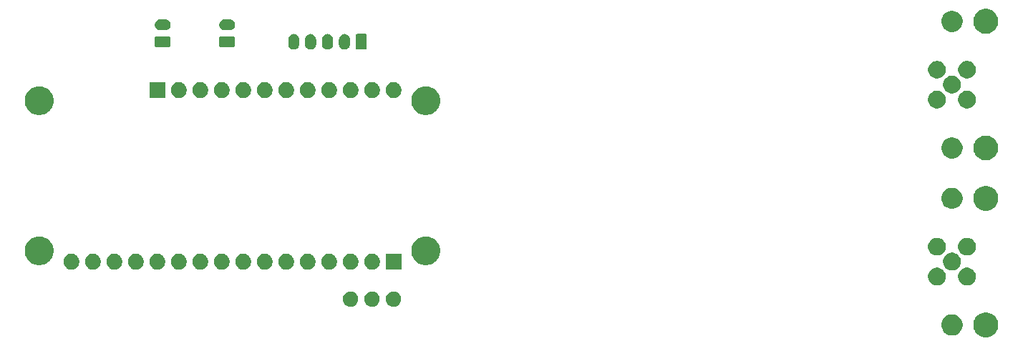
<source format=gbs>
G04 #@! TF.GenerationSoftware,KiCad,Pcbnew,5.1.5-2.fc32*
G04 #@! TF.CreationDate,2020-05-12T10:48:03+02:00*
G04 #@! TF.ProjectId,beieliscale-kicad,62656965-6c69-4736-9361-6c652d6b6963,rev?*
G04 #@! TF.SameCoordinates,Original*
G04 #@! TF.FileFunction,Soldermask,Bot*
G04 #@! TF.FilePolarity,Negative*
%FSLAX46Y46*%
G04 Gerber Fmt 4.6, Leading zero omitted, Abs format (unit mm)*
G04 Created by KiCad (PCBNEW 5.1.5-2.fc32) date 2020-05-12 10:48:03*
%MOMM*%
%LPD*%
G04 APERTURE LIST*
%ADD10C,0.100000*%
G04 APERTURE END LIST*
D10*
G36*
X154925532Y-73595721D02*
G01*
X155194147Y-73706985D01*
X155435895Y-73868516D01*
X155641484Y-74074105D01*
X155803015Y-74315853D01*
X155914279Y-74584468D01*
X155971000Y-74869625D01*
X155971000Y-75160375D01*
X155914279Y-75445532D01*
X155803015Y-75714147D01*
X155641484Y-75955895D01*
X155435895Y-76161484D01*
X155194147Y-76323015D01*
X154925532Y-76434279D01*
X154640375Y-76491000D01*
X154349625Y-76491000D01*
X154064468Y-76434279D01*
X153795853Y-76323015D01*
X153554105Y-76161484D01*
X153348516Y-75955895D01*
X153186985Y-75714147D01*
X153075721Y-75445532D01*
X153019000Y-75160375D01*
X153019000Y-74869625D01*
X153075721Y-74584468D01*
X153186985Y-74315853D01*
X153348516Y-74074105D01*
X153554105Y-73868516D01*
X153795853Y-73706985D01*
X154064468Y-73595721D01*
X154349625Y-73539000D01*
X154640375Y-73539000D01*
X154925532Y-73595721D01*
G37*
G36*
X150859903Y-73812075D02*
G01*
X151087571Y-73906378D01*
X151292466Y-74043285D01*
X151466715Y-74217534D01*
X151603622Y-74422429D01*
X151697925Y-74650097D01*
X151746000Y-74891787D01*
X151746000Y-75138213D01*
X151697925Y-75379903D01*
X151603622Y-75607571D01*
X151466715Y-75812466D01*
X151292466Y-75986715D01*
X151087571Y-76123622D01*
X151087570Y-76123623D01*
X151087569Y-76123623D01*
X150859903Y-76217925D01*
X150618214Y-76266000D01*
X150371786Y-76266000D01*
X150130097Y-76217925D01*
X149902431Y-76123623D01*
X149902430Y-76123623D01*
X149902429Y-76123622D01*
X149697534Y-75986715D01*
X149523285Y-75812466D01*
X149386378Y-75607571D01*
X149292075Y-75379903D01*
X149244000Y-75138213D01*
X149244000Y-74891787D01*
X149292075Y-74650097D01*
X149386378Y-74422429D01*
X149523285Y-74217534D01*
X149697534Y-74043285D01*
X149902429Y-73906378D01*
X150130097Y-73812075D01*
X150371786Y-73764000D01*
X150618214Y-73764000D01*
X150859903Y-73812075D01*
G37*
G36*
X84568512Y-71063927D02*
G01*
X84717812Y-71093624D01*
X84881784Y-71161544D01*
X85029354Y-71260147D01*
X85154853Y-71385646D01*
X85253456Y-71533216D01*
X85321376Y-71697188D01*
X85356000Y-71871259D01*
X85356000Y-72048741D01*
X85321376Y-72222812D01*
X85253456Y-72386784D01*
X85154853Y-72534354D01*
X85029354Y-72659853D01*
X84881784Y-72758456D01*
X84717812Y-72826376D01*
X84568512Y-72856073D01*
X84543742Y-72861000D01*
X84366258Y-72861000D01*
X84341488Y-72856073D01*
X84192188Y-72826376D01*
X84028216Y-72758456D01*
X83880646Y-72659853D01*
X83755147Y-72534354D01*
X83656544Y-72386784D01*
X83588624Y-72222812D01*
X83554000Y-72048741D01*
X83554000Y-71871259D01*
X83588624Y-71697188D01*
X83656544Y-71533216D01*
X83755147Y-71385646D01*
X83880646Y-71260147D01*
X84028216Y-71161544D01*
X84192188Y-71093624D01*
X84341488Y-71063927D01*
X84366258Y-71059000D01*
X84543742Y-71059000D01*
X84568512Y-71063927D01*
G37*
G36*
X79488512Y-71063927D02*
G01*
X79637812Y-71093624D01*
X79801784Y-71161544D01*
X79949354Y-71260147D01*
X80074853Y-71385646D01*
X80173456Y-71533216D01*
X80241376Y-71697188D01*
X80276000Y-71871259D01*
X80276000Y-72048741D01*
X80241376Y-72222812D01*
X80173456Y-72386784D01*
X80074853Y-72534354D01*
X79949354Y-72659853D01*
X79801784Y-72758456D01*
X79637812Y-72826376D01*
X79488512Y-72856073D01*
X79463742Y-72861000D01*
X79286258Y-72861000D01*
X79261488Y-72856073D01*
X79112188Y-72826376D01*
X78948216Y-72758456D01*
X78800646Y-72659853D01*
X78675147Y-72534354D01*
X78576544Y-72386784D01*
X78508624Y-72222812D01*
X78474000Y-72048741D01*
X78474000Y-71871259D01*
X78508624Y-71697188D01*
X78576544Y-71533216D01*
X78675147Y-71385646D01*
X78800646Y-71260147D01*
X78948216Y-71161544D01*
X79112188Y-71093624D01*
X79261488Y-71063927D01*
X79286258Y-71059000D01*
X79463742Y-71059000D01*
X79488512Y-71063927D01*
G37*
G36*
X82028512Y-71063927D02*
G01*
X82177812Y-71093624D01*
X82341784Y-71161544D01*
X82489354Y-71260147D01*
X82614853Y-71385646D01*
X82713456Y-71533216D01*
X82781376Y-71697188D01*
X82816000Y-71871259D01*
X82816000Y-72048741D01*
X82781376Y-72222812D01*
X82713456Y-72386784D01*
X82614853Y-72534354D01*
X82489354Y-72659853D01*
X82341784Y-72758456D01*
X82177812Y-72826376D01*
X82028512Y-72856073D01*
X82003742Y-72861000D01*
X81826258Y-72861000D01*
X81801488Y-72856073D01*
X81652188Y-72826376D01*
X81488216Y-72758456D01*
X81340646Y-72659853D01*
X81215147Y-72534354D01*
X81116544Y-72386784D01*
X81048624Y-72222812D01*
X81014000Y-72048741D01*
X81014000Y-71871259D01*
X81048624Y-71697188D01*
X81116544Y-71533216D01*
X81215147Y-71385646D01*
X81340646Y-71260147D01*
X81488216Y-71161544D01*
X81652188Y-71093624D01*
X81801488Y-71063927D01*
X81826258Y-71059000D01*
X82003742Y-71059000D01*
X82028512Y-71063927D01*
G37*
G36*
X152571564Y-68274389D02*
G01*
X152762833Y-68353615D01*
X152762835Y-68353616D01*
X152914567Y-68455000D01*
X152934973Y-68468635D01*
X153081365Y-68615027D01*
X153196385Y-68787167D01*
X153275611Y-68978436D01*
X153316000Y-69181484D01*
X153316000Y-69388516D01*
X153275611Y-69591564D01*
X153196385Y-69782833D01*
X153196384Y-69782835D01*
X153081365Y-69954973D01*
X152934973Y-70101365D01*
X152762835Y-70216384D01*
X152762834Y-70216385D01*
X152762833Y-70216385D01*
X152571564Y-70295611D01*
X152368516Y-70336000D01*
X152161484Y-70336000D01*
X151958436Y-70295611D01*
X151767167Y-70216385D01*
X151767166Y-70216385D01*
X151767165Y-70216384D01*
X151595027Y-70101365D01*
X151448635Y-69954973D01*
X151333616Y-69782835D01*
X151333615Y-69782833D01*
X151254389Y-69591564D01*
X151214000Y-69388516D01*
X151214000Y-69181484D01*
X151254389Y-68978436D01*
X151333615Y-68787167D01*
X151448635Y-68615027D01*
X151595027Y-68468635D01*
X151615433Y-68455000D01*
X151767165Y-68353616D01*
X151767167Y-68353615D01*
X151958436Y-68274389D01*
X152161484Y-68234000D01*
X152368516Y-68234000D01*
X152571564Y-68274389D01*
G37*
G36*
X149031564Y-68274389D02*
G01*
X149222833Y-68353615D01*
X149222835Y-68353616D01*
X149374567Y-68455000D01*
X149394973Y-68468635D01*
X149541365Y-68615027D01*
X149656385Y-68787167D01*
X149735611Y-68978436D01*
X149776000Y-69181484D01*
X149776000Y-69388516D01*
X149735611Y-69591564D01*
X149656385Y-69782833D01*
X149656384Y-69782835D01*
X149541365Y-69954973D01*
X149394973Y-70101365D01*
X149222835Y-70216384D01*
X149222834Y-70216385D01*
X149222833Y-70216385D01*
X149031564Y-70295611D01*
X148828516Y-70336000D01*
X148621484Y-70336000D01*
X148418436Y-70295611D01*
X148227167Y-70216385D01*
X148227166Y-70216385D01*
X148227165Y-70216384D01*
X148055027Y-70101365D01*
X147908635Y-69954973D01*
X147793616Y-69782835D01*
X147793615Y-69782833D01*
X147714389Y-69591564D01*
X147674000Y-69388516D01*
X147674000Y-69181484D01*
X147714389Y-68978436D01*
X147793615Y-68787167D01*
X147908635Y-68615027D01*
X148055027Y-68468635D01*
X148075433Y-68455000D01*
X148227165Y-68353616D01*
X148227167Y-68353615D01*
X148418436Y-68274389D01*
X148621484Y-68234000D01*
X148828516Y-68234000D01*
X149031564Y-68274389D01*
G37*
G36*
X150801564Y-66504389D02*
G01*
X150972034Y-66575000D01*
X150992835Y-66583616D01*
X151164973Y-66698635D01*
X151311365Y-66845027D01*
X151426385Y-67017167D01*
X151505611Y-67208436D01*
X151546000Y-67411484D01*
X151546000Y-67618516D01*
X151505611Y-67821564D01*
X151426385Y-68012833D01*
X151426384Y-68012835D01*
X151311365Y-68184973D01*
X151164973Y-68331365D01*
X150992835Y-68446384D01*
X150992834Y-68446385D01*
X150992833Y-68446385D01*
X150801564Y-68525611D01*
X150598516Y-68566000D01*
X150391484Y-68566000D01*
X150188436Y-68525611D01*
X149997167Y-68446385D01*
X149997166Y-68446385D01*
X149997165Y-68446384D01*
X149825027Y-68331365D01*
X149678635Y-68184973D01*
X149563616Y-68012835D01*
X149563615Y-68012833D01*
X149484389Y-67821564D01*
X149444000Y-67618516D01*
X149444000Y-67411484D01*
X149484389Y-67208436D01*
X149563615Y-67017167D01*
X149678635Y-66845027D01*
X149825027Y-66698635D01*
X149997165Y-66583616D01*
X150017966Y-66575000D01*
X150188436Y-66504389D01*
X150391484Y-66464000D01*
X150598516Y-66464000D01*
X150801564Y-66504389D01*
G37*
G36*
X49169187Y-66611123D02*
G01*
X49340255Y-66681982D01*
X49340257Y-66681983D01*
X49365178Y-66698635D01*
X49450449Y-66755611D01*
X49494215Y-66784855D01*
X49625145Y-66915785D01*
X49715626Y-67051198D01*
X49728018Y-67069745D01*
X49798877Y-67240813D01*
X49835000Y-67422417D01*
X49835000Y-67607583D01*
X49798877Y-67789187D01*
X49728018Y-67960255D01*
X49625146Y-68114214D01*
X49494214Y-68245146D01*
X49450447Y-68274390D01*
X49340257Y-68348017D01*
X49340256Y-68348018D01*
X49340255Y-68348018D01*
X49169187Y-68418877D01*
X48987583Y-68455000D01*
X48802417Y-68455000D01*
X48620813Y-68418877D01*
X48449745Y-68348018D01*
X48449744Y-68348018D01*
X48449743Y-68348017D01*
X48339553Y-68274390D01*
X48295786Y-68245146D01*
X48164854Y-68114214D01*
X48061982Y-67960255D01*
X47991123Y-67789187D01*
X47955000Y-67607583D01*
X47955000Y-67422417D01*
X47991123Y-67240813D01*
X48061982Y-67069745D01*
X48074375Y-67051198D01*
X48164855Y-66915785D01*
X48295785Y-66784855D01*
X48339552Y-66755611D01*
X48424822Y-66698635D01*
X48449743Y-66681983D01*
X48449745Y-66681982D01*
X48620813Y-66611123D01*
X48802417Y-66575000D01*
X48987583Y-66575000D01*
X49169187Y-66611123D01*
G37*
G36*
X85395000Y-68455000D02*
G01*
X83515000Y-68455000D01*
X83515000Y-66575000D01*
X85395000Y-66575000D01*
X85395000Y-68455000D01*
G37*
G36*
X82189187Y-66611123D02*
G01*
X82360255Y-66681982D01*
X82360257Y-66681983D01*
X82385178Y-66698635D01*
X82470449Y-66755611D01*
X82514215Y-66784855D01*
X82645145Y-66915785D01*
X82735626Y-67051198D01*
X82748018Y-67069745D01*
X82818877Y-67240813D01*
X82855000Y-67422417D01*
X82855000Y-67607583D01*
X82818877Y-67789187D01*
X82748018Y-67960255D01*
X82645146Y-68114214D01*
X82514214Y-68245146D01*
X82470447Y-68274390D01*
X82360257Y-68348017D01*
X82360256Y-68348018D01*
X82360255Y-68348018D01*
X82189187Y-68418877D01*
X82007583Y-68455000D01*
X81822417Y-68455000D01*
X81640813Y-68418877D01*
X81469745Y-68348018D01*
X81469744Y-68348018D01*
X81469743Y-68348017D01*
X81359553Y-68274390D01*
X81315786Y-68245146D01*
X81184854Y-68114214D01*
X81081982Y-67960255D01*
X81011123Y-67789187D01*
X80975000Y-67607583D01*
X80975000Y-67422417D01*
X81011123Y-67240813D01*
X81081982Y-67069745D01*
X81094375Y-67051198D01*
X81184855Y-66915785D01*
X81315785Y-66784855D01*
X81359552Y-66755611D01*
X81444822Y-66698635D01*
X81469743Y-66681983D01*
X81469745Y-66681982D01*
X81640813Y-66611123D01*
X81822417Y-66575000D01*
X82007583Y-66575000D01*
X82189187Y-66611123D01*
G37*
G36*
X79649187Y-66611123D02*
G01*
X79820255Y-66681982D01*
X79820257Y-66681983D01*
X79845178Y-66698635D01*
X79930449Y-66755611D01*
X79974215Y-66784855D01*
X80105145Y-66915785D01*
X80195626Y-67051198D01*
X80208018Y-67069745D01*
X80278877Y-67240813D01*
X80315000Y-67422417D01*
X80315000Y-67607583D01*
X80278877Y-67789187D01*
X80208018Y-67960255D01*
X80105146Y-68114214D01*
X79974214Y-68245146D01*
X79930447Y-68274390D01*
X79820257Y-68348017D01*
X79820256Y-68348018D01*
X79820255Y-68348018D01*
X79649187Y-68418877D01*
X79467583Y-68455000D01*
X79282417Y-68455000D01*
X79100813Y-68418877D01*
X78929745Y-68348018D01*
X78929744Y-68348018D01*
X78929743Y-68348017D01*
X78819553Y-68274390D01*
X78775786Y-68245146D01*
X78644854Y-68114214D01*
X78541982Y-67960255D01*
X78471123Y-67789187D01*
X78435000Y-67607583D01*
X78435000Y-67422417D01*
X78471123Y-67240813D01*
X78541982Y-67069745D01*
X78554375Y-67051198D01*
X78644855Y-66915785D01*
X78775785Y-66784855D01*
X78819552Y-66755611D01*
X78904822Y-66698635D01*
X78929743Y-66681983D01*
X78929745Y-66681982D01*
X79100813Y-66611123D01*
X79282417Y-66575000D01*
X79467583Y-66575000D01*
X79649187Y-66611123D01*
G37*
G36*
X77109187Y-66611123D02*
G01*
X77280255Y-66681982D01*
X77280257Y-66681983D01*
X77305178Y-66698635D01*
X77390449Y-66755611D01*
X77434215Y-66784855D01*
X77565145Y-66915785D01*
X77655626Y-67051198D01*
X77668018Y-67069745D01*
X77738877Y-67240813D01*
X77775000Y-67422417D01*
X77775000Y-67607583D01*
X77738877Y-67789187D01*
X77668018Y-67960255D01*
X77565146Y-68114214D01*
X77434214Y-68245146D01*
X77390447Y-68274390D01*
X77280257Y-68348017D01*
X77280256Y-68348018D01*
X77280255Y-68348018D01*
X77109187Y-68418877D01*
X76927583Y-68455000D01*
X76742417Y-68455000D01*
X76560813Y-68418877D01*
X76389745Y-68348018D01*
X76389744Y-68348018D01*
X76389743Y-68348017D01*
X76279553Y-68274390D01*
X76235786Y-68245146D01*
X76104854Y-68114214D01*
X76001982Y-67960255D01*
X75931123Y-67789187D01*
X75895000Y-67607583D01*
X75895000Y-67422417D01*
X75931123Y-67240813D01*
X76001982Y-67069745D01*
X76014375Y-67051198D01*
X76104855Y-66915785D01*
X76235785Y-66784855D01*
X76279552Y-66755611D01*
X76364822Y-66698635D01*
X76389743Y-66681983D01*
X76389745Y-66681982D01*
X76560813Y-66611123D01*
X76742417Y-66575000D01*
X76927583Y-66575000D01*
X77109187Y-66611123D01*
G37*
G36*
X74569187Y-66611123D02*
G01*
X74740255Y-66681982D01*
X74740257Y-66681983D01*
X74765178Y-66698635D01*
X74850449Y-66755611D01*
X74894215Y-66784855D01*
X75025145Y-66915785D01*
X75115626Y-67051198D01*
X75128018Y-67069745D01*
X75198877Y-67240813D01*
X75235000Y-67422417D01*
X75235000Y-67607583D01*
X75198877Y-67789187D01*
X75128018Y-67960255D01*
X75025146Y-68114214D01*
X74894214Y-68245146D01*
X74850447Y-68274390D01*
X74740257Y-68348017D01*
X74740256Y-68348018D01*
X74740255Y-68348018D01*
X74569187Y-68418877D01*
X74387583Y-68455000D01*
X74202417Y-68455000D01*
X74020813Y-68418877D01*
X73849745Y-68348018D01*
X73849744Y-68348018D01*
X73849743Y-68348017D01*
X73739553Y-68274390D01*
X73695786Y-68245146D01*
X73564854Y-68114214D01*
X73461982Y-67960255D01*
X73391123Y-67789187D01*
X73355000Y-67607583D01*
X73355000Y-67422417D01*
X73391123Y-67240813D01*
X73461982Y-67069745D01*
X73474375Y-67051198D01*
X73564855Y-66915785D01*
X73695785Y-66784855D01*
X73739552Y-66755611D01*
X73824822Y-66698635D01*
X73849743Y-66681983D01*
X73849745Y-66681982D01*
X74020813Y-66611123D01*
X74202417Y-66575000D01*
X74387583Y-66575000D01*
X74569187Y-66611123D01*
G37*
G36*
X46629187Y-66611123D02*
G01*
X46800255Y-66681982D01*
X46800257Y-66681983D01*
X46825178Y-66698635D01*
X46910449Y-66755611D01*
X46954215Y-66784855D01*
X47085145Y-66915785D01*
X47175626Y-67051198D01*
X47188018Y-67069745D01*
X47258877Y-67240813D01*
X47295000Y-67422417D01*
X47295000Y-67607583D01*
X47258877Y-67789187D01*
X47188018Y-67960255D01*
X47085146Y-68114214D01*
X46954214Y-68245146D01*
X46910447Y-68274390D01*
X46800257Y-68348017D01*
X46800256Y-68348018D01*
X46800255Y-68348018D01*
X46629187Y-68418877D01*
X46447583Y-68455000D01*
X46262417Y-68455000D01*
X46080813Y-68418877D01*
X45909745Y-68348018D01*
X45909744Y-68348018D01*
X45909743Y-68348017D01*
X45799553Y-68274390D01*
X45755786Y-68245146D01*
X45624854Y-68114214D01*
X45521982Y-67960255D01*
X45451123Y-67789187D01*
X45415000Y-67607583D01*
X45415000Y-67422417D01*
X45451123Y-67240813D01*
X45521982Y-67069745D01*
X45534375Y-67051198D01*
X45624855Y-66915785D01*
X45755785Y-66784855D01*
X45799552Y-66755611D01*
X45884822Y-66698635D01*
X45909743Y-66681983D01*
X45909745Y-66681982D01*
X46080813Y-66611123D01*
X46262417Y-66575000D01*
X46447583Y-66575000D01*
X46629187Y-66611123D01*
G37*
G36*
X51709187Y-66611123D02*
G01*
X51880255Y-66681982D01*
X51880257Y-66681983D01*
X51905178Y-66698635D01*
X51990449Y-66755611D01*
X52034215Y-66784855D01*
X52165145Y-66915785D01*
X52255626Y-67051198D01*
X52268018Y-67069745D01*
X52338877Y-67240813D01*
X52375000Y-67422417D01*
X52375000Y-67607583D01*
X52338877Y-67789187D01*
X52268018Y-67960255D01*
X52165146Y-68114214D01*
X52034214Y-68245146D01*
X51990447Y-68274390D01*
X51880257Y-68348017D01*
X51880256Y-68348018D01*
X51880255Y-68348018D01*
X51709187Y-68418877D01*
X51527583Y-68455000D01*
X51342417Y-68455000D01*
X51160813Y-68418877D01*
X50989745Y-68348018D01*
X50989744Y-68348018D01*
X50989743Y-68348017D01*
X50879553Y-68274390D01*
X50835786Y-68245146D01*
X50704854Y-68114214D01*
X50601982Y-67960255D01*
X50531123Y-67789187D01*
X50495000Y-67607583D01*
X50495000Y-67422417D01*
X50531123Y-67240813D01*
X50601982Y-67069745D01*
X50614375Y-67051198D01*
X50704855Y-66915785D01*
X50835785Y-66784855D01*
X50879552Y-66755611D01*
X50964822Y-66698635D01*
X50989743Y-66681983D01*
X50989745Y-66681982D01*
X51160813Y-66611123D01*
X51342417Y-66575000D01*
X51527583Y-66575000D01*
X51709187Y-66611123D01*
G37*
G36*
X54249187Y-66611123D02*
G01*
X54420255Y-66681982D01*
X54420257Y-66681983D01*
X54445178Y-66698635D01*
X54530449Y-66755611D01*
X54574215Y-66784855D01*
X54705145Y-66915785D01*
X54795626Y-67051198D01*
X54808018Y-67069745D01*
X54878877Y-67240813D01*
X54915000Y-67422417D01*
X54915000Y-67607583D01*
X54878877Y-67789187D01*
X54808018Y-67960255D01*
X54705146Y-68114214D01*
X54574214Y-68245146D01*
X54530447Y-68274390D01*
X54420257Y-68348017D01*
X54420256Y-68348018D01*
X54420255Y-68348018D01*
X54249187Y-68418877D01*
X54067583Y-68455000D01*
X53882417Y-68455000D01*
X53700813Y-68418877D01*
X53529745Y-68348018D01*
X53529744Y-68348018D01*
X53529743Y-68348017D01*
X53419553Y-68274390D01*
X53375786Y-68245146D01*
X53244854Y-68114214D01*
X53141982Y-67960255D01*
X53071123Y-67789187D01*
X53035000Y-67607583D01*
X53035000Y-67422417D01*
X53071123Y-67240813D01*
X53141982Y-67069745D01*
X53154375Y-67051198D01*
X53244855Y-66915785D01*
X53375785Y-66784855D01*
X53419552Y-66755611D01*
X53504822Y-66698635D01*
X53529743Y-66681983D01*
X53529745Y-66681982D01*
X53700813Y-66611123D01*
X53882417Y-66575000D01*
X54067583Y-66575000D01*
X54249187Y-66611123D01*
G37*
G36*
X56789187Y-66611123D02*
G01*
X56960255Y-66681982D01*
X56960257Y-66681983D01*
X56985178Y-66698635D01*
X57070449Y-66755611D01*
X57114215Y-66784855D01*
X57245145Y-66915785D01*
X57335626Y-67051198D01*
X57348018Y-67069745D01*
X57418877Y-67240813D01*
X57455000Y-67422417D01*
X57455000Y-67607583D01*
X57418877Y-67789187D01*
X57348018Y-67960255D01*
X57245146Y-68114214D01*
X57114214Y-68245146D01*
X57070447Y-68274390D01*
X56960257Y-68348017D01*
X56960256Y-68348018D01*
X56960255Y-68348018D01*
X56789187Y-68418877D01*
X56607583Y-68455000D01*
X56422417Y-68455000D01*
X56240813Y-68418877D01*
X56069745Y-68348018D01*
X56069744Y-68348018D01*
X56069743Y-68348017D01*
X55959553Y-68274390D01*
X55915786Y-68245146D01*
X55784854Y-68114214D01*
X55681982Y-67960255D01*
X55611123Y-67789187D01*
X55575000Y-67607583D01*
X55575000Y-67422417D01*
X55611123Y-67240813D01*
X55681982Y-67069745D01*
X55694375Y-67051198D01*
X55784855Y-66915785D01*
X55915785Y-66784855D01*
X55959552Y-66755611D01*
X56044822Y-66698635D01*
X56069743Y-66681983D01*
X56069745Y-66681982D01*
X56240813Y-66611123D01*
X56422417Y-66575000D01*
X56607583Y-66575000D01*
X56789187Y-66611123D01*
G37*
G36*
X59329187Y-66611123D02*
G01*
X59500255Y-66681982D01*
X59500257Y-66681983D01*
X59525178Y-66698635D01*
X59610449Y-66755611D01*
X59654215Y-66784855D01*
X59785145Y-66915785D01*
X59875626Y-67051198D01*
X59888018Y-67069745D01*
X59958877Y-67240813D01*
X59995000Y-67422417D01*
X59995000Y-67607583D01*
X59958877Y-67789187D01*
X59888018Y-67960255D01*
X59785146Y-68114214D01*
X59654214Y-68245146D01*
X59610447Y-68274390D01*
X59500257Y-68348017D01*
X59500256Y-68348018D01*
X59500255Y-68348018D01*
X59329187Y-68418877D01*
X59147583Y-68455000D01*
X58962417Y-68455000D01*
X58780813Y-68418877D01*
X58609745Y-68348018D01*
X58609744Y-68348018D01*
X58609743Y-68348017D01*
X58499553Y-68274390D01*
X58455786Y-68245146D01*
X58324854Y-68114214D01*
X58221982Y-67960255D01*
X58151123Y-67789187D01*
X58115000Y-67607583D01*
X58115000Y-67422417D01*
X58151123Y-67240813D01*
X58221982Y-67069745D01*
X58234375Y-67051198D01*
X58324855Y-66915785D01*
X58455785Y-66784855D01*
X58499552Y-66755611D01*
X58584822Y-66698635D01*
X58609743Y-66681983D01*
X58609745Y-66681982D01*
X58780813Y-66611123D01*
X58962417Y-66575000D01*
X59147583Y-66575000D01*
X59329187Y-66611123D01*
G37*
G36*
X61869187Y-66611123D02*
G01*
X62040255Y-66681982D01*
X62040257Y-66681983D01*
X62065178Y-66698635D01*
X62150449Y-66755611D01*
X62194215Y-66784855D01*
X62325145Y-66915785D01*
X62415626Y-67051198D01*
X62428018Y-67069745D01*
X62498877Y-67240813D01*
X62535000Y-67422417D01*
X62535000Y-67607583D01*
X62498877Y-67789187D01*
X62428018Y-67960255D01*
X62325146Y-68114214D01*
X62194214Y-68245146D01*
X62150447Y-68274390D01*
X62040257Y-68348017D01*
X62040256Y-68348018D01*
X62040255Y-68348018D01*
X61869187Y-68418877D01*
X61687583Y-68455000D01*
X61502417Y-68455000D01*
X61320813Y-68418877D01*
X61149745Y-68348018D01*
X61149744Y-68348018D01*
X61149743Y-68348017D01*
X61039553Y-68274390D01*
X60995786Y-68245146D01*
X60864854Y-68114214D01*
X60761982Y-67960255D01*
X60691123Y-67789187D01*
X60655000Y-67607583D01*
X60655000Y-67422417D01*
X60691123Y-67240813D01*
X60761982Y-67069745D01*
X60774375Y-67051198D01*
X60864855Y-66915785D01*
X60995785Y-66784855D01*
X61039552Y-66755611D01*
X61124822Y-66698635D01*
X61149743Y-66681983D01*
X61149745Y-66681982D01*
X61320813Y-66611123D01*
X61502417Y-66575000D01*
X61687583Y-66575000D01*
X61869187Y-66611123D01*
G37*
G36*
X64409187Y-66611123D02*
G01*
X64580255Y-66681982D01*
X64580257Y-66681983D01*
X64605178Y-66698635D01*
X64690449Y-66755611D01*
X64734215Y-66784855D01*
X64865145Y-66915785D01*
X64955626Y-67051198D01*
X64968018Y-67069745D01*
X65038877Y-67240813D01*
X65075000Y-67422417D01*
X65075000Y-67607583D01*
X65038877Y-67789187D01*
X64968018Y-67960255D01*
X64865146Y-68114214D01*
X64734214Y-68245146D01*
X64690447Y-68274390D01*
X64580257Y-68348017D01*
X64580256Y-68348018D01*
X64580255Y-68348018D01*
X64409187Y-68418877D01*
X64227583Y-68455000D01*
X64042417Y-68455000D01*
X63860813Y-68418877D01*
X63689745Y-68348018D01*
X63689744Y-68348018D01*
X63689743Y-68348017D01*
X63579553Y-68274390D01*
X63535786Y-68245146D01*
X63404854Y-68114214D01*
X63301982Y-67960255D01*
X63231123Y-67789187D01*
X63195000Y-67607583D01*
X63195000Y-67422417D01*
X63231123Y-67240813D01*
X63301982Y-67069745D01*
X63314375Y-67051198D01*
X63404855Y-66915785D01*
X63535785Y-66784855D01*
X63579552Y-66755611D01*
X63664822Y-66698635D01*
X63689743Y-66681983D01*
X63689745Y-66681982D01*
X63860813Y-66611123D01*
X64042417Y-66575000D01*
X64227583Y-66575000D01*
X64409187Y-66611123D01*
G37*
G36*
X66949187Y-66611123D02*
G01*
X67120255Y-66681982D01*
X67120257Y-66681983D01*
X67145178Y-66698635D01*
X67230449Y-66755611D01*
X67274215Y-66784855D01*
X67405145Y-66915785D01*
X67495626Y-67051198D01*
X67508018Y-67069745D01*
X67578877Y-67240813D01*
X67615000Y-67422417D01*
X67615000Y-67607583D01*
X67578877Y-67789187D01*
X67508018Y-67960255D01*
X67405146Y-68114214D01*
X67274214Y-68245146D01*
X67230447Y-68274390D01*
X67120257Y-68348017D01*
X67120256Y-68348018D01*
X67120255Y-68348018D01*
X66949187Y-68418877D01*
X66767583Y-68455000D01*
X66582417Y-68455000D01*
X66400813Y-68418877D01*
X66229745Y-68348018D01*
X66229744Y-68348018D01*
X66229743Y-68348017D01*
X66119553Y-68274390D01*
X66075786Y-68245146D01*
X65944854Y-68114214D01*
X65841982Y-67960255D01*
X65771123Y-67789187D01*
X65735000Y-67607583D01*
X65735000Y-67422417D01*
X65771123Y-67240813D01*
X65841982Y-67069745D01*
X65854375Y-67051198D01*
X65944855Y-66915785D01*
X66075785Y-66784855D01*
X66119552Y-66755611D01*
X66204822Y-66698635D01*
X66229743Y-66681983D01*
X66229745Y-66681982D01*
X66400813Y-66611123D01*
X66582417Y-66575000D01*
X66767583Y-66575000D01*
X66949187Y-66611123D01*
G37*
G36*
X69489187Y-66611123D02*
G01*
X69660255Y-66681982D01*
X69660257Y-66681983D01*
X69685178Y-66698635D01*
X69770449Y-66755611D01*
X69814215Y-66784855D01*
X69945145Y-66915785D01*
X70035626Y-67051198D01*
X70048018Y-67069745D01*
X70118877Y-67240813D01*
X70155000Y-67422417D01*
X70155000Y-67607583D01*
X70118877Y-67789187D01*
X70048018Y-67960255D01*
X69945146Y-68114214D01*
X69814214Y-68245146D01*
X69770447Y-68274390D01*
X69660257Y-68348017D01*
X69660256Y-68348018D01*
X69660255Y-68348018D01*
X69489187Y-68418877D01*
X69307583Y-68455000D01*
X69122417Y-68455000D01*
X68940813Y-68418877D01*
X68769745Y-68348018D01*
X68769744Y-68348018D01*
X68769743Y-68348017D01*
X68659553Y-68274390D01*
X68615786Y-68245146D01*
X68484854Y-68114214D01*
X68381982Y-67960255D01*
X68311123Y-67789187D01*
X68275000Y-67607583D01*
X68275000Y-67422417D01*
X68311123Y-67240813D01*
X68381982Y-67069745D01*
X68394375Y-67051198D01*
X68484855Y-66915785D01*
X68615785Y-66784855D01*
X68659552Y-66755611D01*
X68744822Y-66698635D01*
X68769743Y-66681983D01*
X68769745Y-66681982D01*
X68940813Y-66611123D01*
X69122417Y-66575000D01*
X69307583Y-66575000D01*
X69489187Y-66611123D01*
G37*
G36*
X72029187Y-66611123D02*
G01*
X72200255Y-66681982D01*
X72200257Y-66681983D01*
X72225178Y-66698635D01*
X72310449Y-66755611D01*
X72354215Y-66784855D01*
X72485145Y-66915785D01*
X72575626Y-67051198D01*
X72588018Y-67069745D01*
X72658877Y-67240813D01*
X72695000Y-67422417D01*
X72695000Y-67607583D01*
X72658877Y-67789187D01*
X72588018Y-67960255D01*
X72485146Y-68114214D01*
X72354214Y-68245146D01*
X72310447Y-68274390D01*
X72200257Y-68348017D01*
X72200256Y-68348018D01*
X72200255Y-68348018D01*
X72029187Y-68418877D01*
X71847583Y-68455000D01*
X71662417Y-68455000D01*
X71480813Y-68418877D01*
X71309745Y-68348018D01*
X71309744Y-68348018D01*
X71309743Y-68348017D01*
X71199553Y-68274390D01*
X71155786Y-68245146D01*
X71024854Y-68114214D01*
X70921982Y-67960255D01*
X70851123Y-67789187D01*
X70815000Y-67607583D01*
X70815000Y-67422417D01*
X70851123Y-67240813D01*
X70921982Y-67069745D01*
X70934375Y-67051198D01*
X71024855Y-66915785D01*
X71155785Y-66784855D01*
X71199552Y-66755611D01*
X71284822Y-66698635D01*
X71309743Y-66681983D01*
X71309745Y-66681982D01*
X71480813Y-66611123D01*
X71662417Y-66575000D01*
X71847583Y-66575000D01*
X72029187Y-66611123D01*
G37*
G36*
X42931847Y-64586605D02*
G01*
X43041455Y-64608407D01*
X43351199Y-64736707D01*
X43629962Y-64922970D01*
X43867030Y-65160038D01*
X44053293Y-65438801D01*
X44181593Y-65748545D01*
X44181593Y-65748546D01*
X44247000Y-66077366D01*
X44247000Y-66412634D01*
X44203395Y-66631847D01*
X44181593Y-66741455D01*
X44053293Y-67051199D01*
X43867030Y-67329962D01*
X43629962Y-67567030D01*
X43351199Y-67753293D01*
X43041455Y-67881593D01*
X42931847Y-67903395D01*
X42712634Y-67947000D01*
X42377366Y-67947000D01*
X42158153Y-67903395D01*
X42048545Y-67881593D01*
X41738801Y-67753293D01*
X41460038Y-67567030D01*
X41222970Y-67329962D01*
X41036707Y-67051199D01*
X40908407Y-66741455D01*
X40886605Y-66631847D01*
X40843000Y-66412634D01*
X40843000Y-66077366D01*
X40908407Y-65748546D01*
X40908407Y-65748545D01*
X41036707Y-65438801D01*
X41222970Y-65160038D01*
X41460038Y-64922970D01*
X41738801Y-64736707D01*
X42048545Y-64608407D01*
X42158153Y-64586605D01*
X42377366Y-64543000D01*
X42712634Y-64543000D01*
X42931847Y-64586605D01*
G37*
G36*
X88651847Y-64586605D02*
G01*
X88761455Y-64608407D01*
X89071199Y-64736707D01*
X89349962Y-64922970D01*
X89587030Y-65160038D01*
X89773293Y-65438801D01*
X89901593Y-65748545D01*
X89901593Y-65748546D01*
X89967000Y-66077366D01*
X89967000Y-66412634D01*
X89923395Y-66631847D01*
X89901593Y-66741455D01*
X89773293Y-67051199D01*
X89587030Y-67329962D01*
X89349962Y-67567030D01*
X89071199Y-67753293D01*
X88761455Y-67881593D01*
X88651847Y-67903395D01*
X88432634Y-67947000D01*
X88097366Y-67947000D01*
X87878153Y-67903395D01*
X87768545Y-67881593D01*
X87458801Y-67753293D01*
X87180038Y-67567030D01*
X86942970Y-67329962D01*
X86756707Y-67051199D01*
X86628407Y-66741455D01*
X86606605Y-66631847D01*
X86563000Y-66412634D01*
X86563000Y-66077366D01*
X86628407Y-65748546D01*
X86628407Y-65748545D01*
X86756707Y-65438801D01*
X86942970Y-65160038D01*
X87180038Y-64922970D01*
X87458801Y-64736707D01*
X87768545Y-64608407D01*
X87878153Y-64586605D01*
X88097366Y-64543000D01*
X88432634Y-64543000D01*
X88651847Y-64586605D01*
G37*
G36*
X149031564Y-64734389D02*
G01*
X149222833Y-64813615D01*
X149222835Y-64813616D01*
X149394973Y-64928635D01*
X149541365Y-65075027D01*
X149598168Y-65160038D01*
X149656385Y-65247167D01*
X149735611Y-65438436D01*
X149776000Y-65641484D01*
X149776000Y-65848516D01*
X149735611Y-66051564D01*
X149656385Y-66242833D01*
X149656384Y-66242835D01*
X149541365Y-66414973D01*
X149394973Y-66561365D01*
X149222835Y-66676384D01*
X149222834Y-66676385D01*
X149222833Y-66676385D01*
X149031564Y-66755611D01*
X148828516Y-66796000D01*
X148621484Y-66796000D01*
X148418436Y-66755611D01*
X148227167Y-66676385D01*
X148227166Y-66676385D01*
X148227165Y-66676384D01*
X148055027Y-66561365D01*
X147908635Y-66414973D01*
X147793616Y-66242835D01*
X147793615Y-66242833D01*
X147714389Y-66051564D01*
X147674000Y-65848516D01*
X147674000Y-65641484D01*
X147714389Y-65438436D01*
X147793615Y-65247167D01*
X147851833Y-65160038D01*
X147908635Y-65075027D01*
X148055027Y-64928635D01*
X148227165Y-64813616D01*
X148227167Y-64813615D01*
X148418436Y-64734389D01*
X148621484Y-64694000D01*
X148828516Y-64694000D01*
X149031564Y-64734389D01*
G37*
G36*
X152571564Y-64734389D02*
G01*
X152762833Y-64813615D01*
X152762835Y-64813616D01*
X152934973Y-64928635D01*
X153081365Y-65075027D01*
X153138168Y-65160038D01*
X153196385Y-65247167D01*
X153275611Y-65438436D01*
X153316000Y-65641484D01*
X153316000Y-65848516D01*
X153275611Y-66051564D01*
X153196385Y-66242833D01*
X153196384Y-66242835D01*
X153081365Y-66414973D01*
X152934973Y-66561365D01*
X152762835Y-66676384D01*
X152762834Y-66676385D01*
X152762833Y-66676385D01*
X152571564Y-66755611D01*
X152368516Y-66796000D01*
X152161484Y-66796000D01*
X151958436Y-66755611D01*
X151767167Y-66676385D01*
X151767166Y-66676385D01*
X151767165Y-66676384D01*
X151595027Y-66561365D01*
X151448635Y-66414973D01*
X151333616Y-66242835D01*
X151333615Y-66242833D01*
X151254389Y-66051564D01*
X151214000Y-65848516D01*
X151214000Y-65641484D01*
X151254389Y-65438436D01*
X151333615Y-65247167D01*
X151391833Y-65160038D01*
X151448635Y-65075027D01*
X151595027Y-64928635D01*
X151767165Y-64813616D01*
X151767167Y-64813615D01*
X151958436Y-64734389D01*
X152161484Y-64694000D01*
X152368516Y-64694000D01*
X152571564Y-64734389D01*
G37*
G36*
X154925532Y-58595721D02*
G01*
X155194147Y-58706985D01*
X155435895Y-58868516D01*
X155641484Y-59074105D01*
X155803015Y-59315853D01*
X155914279Y-59584468D01*
X155971000Y-59869625D01*
X155971000Y-60160375D01*
X155914279Y-60445532D01*
X155803015Y-60714147D01*
X155641484Y-60955895D01*
X155435895Y-61161484D01*
X155194147Y-61323015D01*
X154925532Y-61434279D01*
X154640375Y-61491000D01*
X154349625Y-61491000D01*
X154064468Y-61434279D01*
X153795853Y-61323015D01*
X153554105Y-61161484D01*
X153348516Y-60955895D01*
X153186985Y-60714147D01*
X153075721Y-60445532D01*
X153019000Y-60160375D01*
X153019000Y-59869625D01*
X153075721Y-59584468D01*
X153186985Y-59315853D01*
X153348516Y-59074105D01*
X153554105Y-58868516D01*
X153795853Y-58706985D01*
X154064468Y-58595721D01*
X154349625Y-58539000D01*
X154640375Y-58539000D01*
X154925532Y-58595721D01*
G37*
G36*
X150859903Y-58812075D02*
G01*
X151087571Y-58906378D01*
X151292466Y-59043285D01*
X151466715Y-59217534D01*
X151603622Y-59422429D01*
X151697925Y-59650097D01*
X151746000Y-59891787D01*
X151746000Y-60138213D01*
X151697925Y-60379903D01*
X151603622Y-60607571D01*
X151466715Y-60812466D01*
X151292466Y-60986715D01*
X151087571Y-61123622D01*
X151087570Y-61123623D01*
X151087569Y-61123623D01*
X150859903Y-61217925D01*
X150618214Y-61266000D01*
X150371786Y-61266000D01*
X150130097Y-61217925D01*
X149902431Y-61123623D01*
X149902430Y-61123623D01*
X149902429Y-61123622D01*
X149697534Y-60986715D01*
X149523285Y-60812466D01*
X149386378Y-60607571D01*
X149292075Y-60379903D01*
X149244000Y-60138213D01*
X149244000Y-59891787D01*
X149292075Y-59650097D01*
X149386378Y-59422429D01*
X149523285Y-59217534D01*
X149697534Y-59043285D01*
X149902429Y-58906378D01*
X150130097Y-58812075D01*
X150371786Y-58764000D01*
X150618214Y-58764000D01*
X150859903Y-58812075D01*
G37*
G36*
X154925532Y-52640721D02*
G01*
X155194147Y-52751985D01*
X155435895Y-52913516D01*
X155641484Y-53119105D01*
X155803015Y-53360853D01*
X155914279Y-53629468D01*
X155971000Y-53914625D01*
X155971000Y-54205375D01*
X155914279Y-54490532D01*
X155803015Y-54759147D01*
X155641484Y-55000895D01*
X155435895Y-55206484D01*
X155194147Y-55368015D01*
X154925532Y-55479279D01*
X154640375Y-55536000D01*
X154349625Y-55536000D01*
X154064468Y-55479279D01*
X153795853Y-55368015D01*
X153554105Y-55206484D01*
X153348516Y-55000895D01*
X153186985Y-54759147D01*
X153075721Y-54490532D01*
X153019000Y-54205375D01*
X153019000Y-53914625D01*
X153075721Y-53629468D01*
X153186985Y-53360853D01*
X153348516Y-53119105D01*
X153554105Y-52913516D01*
X153795853Y-52751985D01*
X154064468Y-52640721D01*
X154349625Y-52584000D01*
X154640375Y-52584000D01*
X154925532Y-52640721D01*
G37*
G36*
X150859903Y-52857075D02*
G01*
X151087571Y-52951378D01*
X151292466Y-53088285D01*
X151466715Y-53262534D01*
X151603622Y-53467429D01*
X151697925Y-53695097D01*
X151746000Y-53936787D01*
X151746000Y-54183213D01*
X151697925Y-54424903D01*
X151603622Y-54652571D01*
X151466715Y-54857466D01*
X151292466Y-55031715D01*
X151087571Y-55168622D01*
X151087570Y-55168623D01*
X151087569Y-55168623D01*
X150859903Y-55262925D01*
X150618214Y-55311000D01*
X150371786Y-55311000D01*
X150130097Y-55262925D01*
X149902431Y-55168623D01*
X149902430Y-55168623D01*
X149902429Y-55168622D01*
X149697534Y-55031715D01*
X149523285Y-54857466D01*
X149386378Y-54652571D01*
X149292075Y-54424903D01*
X149244000Y-54183213D01*
X149244000Y-53936787D01*
X149292075Y-53695097D01*
X149386378Y-53467429D01*
X149523285Y-53262534D01*
X149697534Y-53088285D01*
X149902429Y-52951378D01*
X150130097Y-52857075D01*
X150371786Y-52809000D01*
X150618214Y-52809000D01*
X150859903Y-52857075D01*
G37*
G36*
X42931847Y-46806605D02*
G01*
X43041455Y-46828407D01*
X43351199Y-46956707D01*
X43629962Y-47142970D01*
X43867030Y-47380038D01*
X44053293Y-47658801D01*
X44181593Y-47968545D01*
X44193423Y-48028017D01*
X44232901Y-48226484D01*
X44247000Y-48297368D01*
X44247000Y-48632632D01*
X44181593Y-48961455D01*
X44053293Y-49271199D01*
X43867030Y-49549962D01*
X43629962Y-49787030D01*
X43351199Y-49973293D01*
X43041455Y-50101593D01*
X42931847Y-50123395D01*
X42712634Y-50167000D01*
X42377366Y-50167000D01*
X42158153Y-50123395D01*
X42048545Y-50101593D01*
X41738801Y-49973293D01*
X41460038Y-49787030D01*
X41222970Y-49549962D01*
X41036707Y-49271199D01*
X40908407Y-48961455D01*
X40843000Y-48632632D01*
X40843000Y-48297368D01*
X40857100Y-48226484D01*
X40896577Y-48028017D01*
X40908407Y-47968545D01*
X41036707Y-47658801D01*
X41222970Y-47380038D01*
X41460038Y-47142970D01*
X41738801Y-46956707D01*
X42048545Y-46828407D01*
X42158153Y-46806605D01*
X42377366Y-46763000D01*
X42712634Y-46763000D01*
X42931847Y-46806605D01*
G37*
G36*
X88651847Y-46806605D02*
G01*
X88761455Y-46828407D01*
X89071199Y-46956707D01*
X89349962Y-47142970D01*
X89587030Y-47380038D01*
X89773293Y-47658801D01*
X89901593Y-47968545D01*
X89913423Y-48028017D01*
X89952901Y-48226484D01*
X89967000Y-48297368D01*
X89967000Y-48632632D01*
X89901593Y-48961455D01*
X89773293Y-49271199D01*
X89587030Y-49549962D01*
X89349962Y-49787030D01*
X89071199Y-49973293D01*
X88761455Y-50101593D01*
X88651847Y-50123395D01*
X88432634Y-50167000D01*
X88097366Y-50167000D01*
X87878153Y-50123395D01*
X87768545Y-50101593D01*
X87458801Y-49973293D01*
X87180038Y-49787030D01*
X86942970Y-49549962D01*
X86756707Y-49271199D01*
X86628407Y-48961455D01*
X86563000Y-48632632D01*
X86563000Y-48297368D01*
X86577100Y-48226484D01*
X86616577Y-48028017D01*
X86628407Y-47968545D01*
X86756707Y-47658801D01*
X86942970Y-47380038D01*
X87180038Y-47142970D01*
X87458801Y-46956707D01*
X87768545Y-46828407D01*
X87878153Y-46806605D01*
X88097366Y-46763000D01*
X88432634Y-46763000D01*
X88651847Y-46806605D01*
G37*
G36*
X149031564Y-47319389D02*
G01*
X149177986Y-47380039D01*
X149222835Y-47398616D01*
X149394973Y-47513635D01*
X149541365Y-47660027D01*
X149631027Y-47794215D01*
X149656385Y-47832167D01*
X149735611Y-48023436D01*
X149776000Y-48226484D01*
X149776000Y-48433516D01*
X149735611Y-48636564D01*
X149656385Y-48827833D01*
X149656384Y-48827835D01*
X149541365Y-48999973D01*
X149394973Y-49146365D01*
X149222835Y-49261384D01*
X149222834Y-49261385D01*
X149222833Y-49261385D01*
X149031564Y-49340611D01*
X148828516Y-49381000D01*
X148621484Y-49381000D01*
X148418436Y-49340611D01*
X148227167Y-49261385D01*
X148227166Y-49261385D01*
X148227165Y-49261384D01*
X148055027Y-49146365D01*
X147908635Y-48999973D01*
X147793616Y-48827835D01*
X147793615Y-48827833D01*
X147714389Y-48636564D01*
X147674000Y-48433516D01*
X147674000Y-48226484D01*
X147714389Y-48023436D01*
X147793615Y-47832167D01*
X147818974Y-47794215D01*
X147908635Y-47660027D01*
X148055027Y-47513635D01*
X148227165Y-47398616D01*
X148272014Y-47380039D01*
X148418436Y-47319389D01*
X148621484Y-47279000D01*
X148828516Y-47279000D01*
X149031564Y-47319389D01*
G37*
G36*
X152571564Y-47319389D02*
G01*
X152717986Y-47380039D01*
X152762835Y-47398616D01*
X152934973Y-47513635D01*
X153081365Y-47660027D01*
X153171027Y-47794215D01*
X153196385Y-47832167D01*
X153275611Y-48023436D01*
X153316000Y-48226484D01*
X153316000Y-48433516D01*
X153275611Y-48636564D01*
X153196385Y-48827833D01*
X153196384Y-48827835D01*
X153081365Y-48999973D01*
X152934973Y-49146365D01*
X152762835Y-49261384D01*
X152762834Y-49261385D01*
X152762833Y-49261385D01*
X152571564Y-49340611D01*
X152368516Y-49381000D01*
X152161484Y-49381000D01*
X151958436Y-49340611D01*
X151767167Y-49261385D01*
X151767166Y-49261385D01*
X151767165Y-49261384D01*
X151595027Y-49146365D01*
X151448635Y-48999973D01*
X151333616Y-48827835D01*
X151333615Y-48827833D01*
X151254389Y-48636564D01*
X151214000Y-48433516D01*
X151214000Y-48226484D01*
X151254389Y-48023436D01*
X151333615Y-47832167D01*
X151358974Y-47794215D01*
X151448635Y-47660027D01*
X151595027Y-47513635D01*
X151767165Y-47398616D01*
X151812014Y-47380039D01*
X151958436Y-47319389D01*
X152161484Y-47279000D01*
X152368516Y-47279000D01*
X152571564Y-47319389D01*
G37*
G36*
X84729187Y-46291123D02*
G01*
X84900255Y-46361982D01*
X84900257Y-46361983D01*
X84977758Y-46413768D01*
X85054214Y-46464854D01*
X85185146Y-46595786D01*
X85288018Y-46749745D01*
X85358877Y-46920813D01*
X85395000Y-47102417D01*
X85395000Y-47287583D01*
X85358877Y-47469187D01*
X85300136Y-47611000D01*
X85288017Y-47640257D01*
X85185145Y-47794215D01*
X85054215Y-47925145D01*
X84900257Y-48028017D01*
X84900256Y-48028018D01*
X84900255Y-48028018D01*
X84729187Y-48098877D01*
X84547583Y-48135000D01*
X84362417Y-48135000D01*
X84180813Y-48098877D01*
X84009745Y-48028018D01*
X84009744Y-48028018D01*
X84009743Y-48028017D01*
X83855785Y-47925145D01*
X83724855Y-47794215D01*
X83621983Y-47640257D01*
X83609864Y-47611000D01*
X83551123Y-47469187D01*
X83515000Y-47287583D01*
X83515000Y-47102417D01*
X83551123Y-46920813D01*
X83621982Y-46749745D01*
X83724854Y-46595786D01*
X83855786Y-46464854D01*
X83932242Y-46413768D01*
X84009743Y-46361983D01*
X84009745Y-46361982D01*
X84180813Y-46291123D01*
X84362417Y-46255000D01*
X84547583Y-46255000D01*
X84729187Y-46291123D01*
G37*
G36*
X82189187Y-46291123D02*
G01*
X82360255Y-46361982D01*
X82360257Y-46361983D01*
X82437758Y-46413768D01*
X82514214Y-46464854D01*
X82645146Y-46595786D01*
X82748018Y-46749745D01*
X82818877Y-46920813D01*
X82855000Y-47102417D01*
X82855000Y-47287583D01*
X82818877Y-47469187D01*
X82760136Y-47611000D01*
X82748017Y-47640257D01*
X82645145Y-47794215D01*
X82514215Y-47925145D01*
X82360257Y-48028017D01*
X82360256Y-48028018D01*
X82360255Y-48028018D01*
X82189187Y-48098877D01*
X82007583Y-48135000D01*
X81822417Y-48135000D01*
X81640813Y-48098877D01*
X81469745Y-48028018D01*
X81469744Y-48028018D01*
X81469743Y-48028017D01*
X81315785Y-47925145D01*
X81184855Y-47794215D01*
X81081983Y-47640257D01*
X81069864Y-47611000D01*
X81011123Y-47469187D01*
X80975000Y-47287583D01*
X80975000Y-47102417D01*
X81011123Y-46920813D01*
X81081982Y-46749745D01*
X81184854Y-46595786D01*
X81315786Y-46464854D01*
X81392242Y-46413768D01*
X81469743Y-46361983D01*
X81469745Y-46361982D01*
X81640813Y-46291123D01*
X81822417Y-46255000D01*
X82007583Y-46255000D01*
X82189187Y-46291123D01*
G37*
G36*
X79649187Y-46291123D02*
G01*
X79820255Y-46361982D01*
X79820257Y-46361983D01*
X79897758Y-46413768D01*
X79974214Y-46464854D01*
X80105146Y-46595786D01*
X80208018Y-46749745D01*
X80278877Y-46920813D01*
X80315000Y-47102417D01*
X80315000Y-47287583D01*
X80278877Y-47469187D01*
X80220136Y-47611000D01*
X80208017Y-47640257D01*
X80105145Y-47794215D01*
X79974215Y-47925145D01*
X79820257Y-48028017D01*
X79820256Y-48028018D01*
X79820255Y-48028018D01*
X79649187Y-48098877D01*
X79467583Y-48135000D01*
X79282417Y-48135000D01*
X79100813Y-48098877D01*
X78929745Y-48028018D01*
X78929744Y-48028018D01*
X78929743Y-48028017D01*
X78775785Y-47925145D01*
X78644855Y-47794215D01*
X78541983Y-47640257D01*
X78529864Y-47611000D01*
X78471123Y-47469187D01*
X78435000Y-47287583D01*
X78435000Y-47102417D01*
X78471123Y-46920813D01*
X78541982Y-46749745D01*
X78644854Y-46595786D01*
X78775786Y-46464854D01*
X78852242Y-46413768D01*
X78929743Y-46361983D01*
X78929745Y-46361982D01*
X79100813Y-46291123D01*
X79282417Y-46255000D01*
X79467583Y-46255000D01*
X79649187Y-46291123D01*
G37*
G36*
X77109187Y-46291123D02*
G01*
X77280255Y-46361982D01*
X77280257Y-46361983D01*
X77357758Y-46413768D01*
X77434214Y-46464854D01*
X77565146Y-46595786D01*
X77668018Y-46749745D01*
X77738877Y-46920813D01*
X77775000Y-47102417D01*
X77775000Y-47287583D01*
X77738877Y-47469187D01*
X77680136Y-47611000D01*
X77668017Y-47640257D01*
X77565145Y-47794215D01*
X77434215Y-47925145D01*
X77280257Y-48028017D01*
X77280256Y-48028018D01*
X77280255Y-48028018D01*
X77109187Y-48098877D01*
X76927583Y-48135000D01*
X76742417Y-48135000D01*
X76560813Y-48098877D01*
X76389745Y-48028018D01*
X76389744Y-48028018D01*
X76389743Y-48028017D01*
X76235785Y-47925145D01*
X76104855Y-47794215D01*
X76001983Y-47640257D01*
X75989864Y-47611000D01*
X75931123Y-47469187D01*
X75895000Y-47287583D01*
X75895000Y-47102417D01*
X75931123Y-46920813D01*
X76001982Y-46749745D01*
X76104854Y-46595786D01*
X76235786Y-46464854D01*
X76312242Y-46413768D01*
X76389743Y-46361983D01*
X76389745Y-46361982D01*
X76560813Y-46291123D01*
X76742417Y-46255000D01*
X76927583Y-46255000D01*
X77109187Y-46291123D01*
G37*
G36*
X74569187Y-46291123D02*
G01*
X74740255Y-46361982D01*
X74740257Y-46361983D01*
X74817758Y-46413768D01*
X74894214Y-46464854D01*
X75025146Y-46595786D01*
X75128018Y-46749745D01*
X75198877Y-46920813D01*
X75235000Y-47102417D01*
X75235000Y-47287583D01*
X75198877Y-47469187D01*
X75140136Y-47611000D01*
X75128017Y-47640257D01*
X75025145Y-47794215D01*
X74894215Y-47925145D01*
X74740257Y-48028017D01*
X74740256Y-48028018D01*
X74740255Y-48028018D01*
X74569187Y-48098877D01*
X74387583Y-48135000D01*
X74202417Y-48135000D01*
X74020813Y-48098877D01*
X73849745Y-48028018D01*
X73849744Y-48028018D01*
X73849743Y-48028017D01*
X73695785Y-47925145D01*
X73564855Y-47794215D01*
X73461983Y-47640257D01*
X73449864Y-47611000D01*
X73391123Y-47469187D01*
X73355000Y-47287583D01*
X73355000Y-47102417D01*
X73391123Y-46920813D01*
X73461982Y-46749745D01*
X73564854Y-46595786D01*
X73695786Y-46464854D01*
X73772242Y-46413768D01*
X73849743Y-46361983D01*
X73849745Y-46361982D01*
X74020813Y-46291123D01*
X74202417Y-46255000D01*
X74387583Y-46255000D01*
X74569187Y-46291123D01*
G37*
G36*
X72029187Y-46291123D02*
G01*
X72200255Y-46361982D01*
X72200257Y-46361983D01*
X72277758Y-46413768D01*
X72354214Y-46464854D01*
X72485146Y-46595786D01*
X72588018Y-46749745D01*
X72658877Y-46920813D01*
X72695000Y-47102417D01*
X72695000Y-47287583D01*
X72658877Y-47469187D01*
X72600136Y-47611000D01*
X72588017Y-47640257D01*
X72485145Y-47794215D01*
X72354215Y-47925145D01*
X72200257Y-48028017D01*
X72200256Y-48028018D01*
X72200255Y-48028018D01*
X72029187Y-48098877D01*
X71847583Y-48135000D01*
X71662417Y-48135000D01*
X71480813Y-48098877D01*
X71309745Y-48028018D01*
X71309744Y-48028018D01*
X71309743Y-48028017D01*
X71155785Y-47925145D01*
X71024855Y-47794215D01*
X70921983Y-47640257D01*
X70909864Y-47611000D01*
X70851123Y-47469187D01*
X70815000Y-47287583D01*
X70815000Y-47102417D01*
X70851123Y-46920813D01*
X70921982Y-46749745D01*
X71024854Y-46595786D01*
X71155786Y-46464854D01*
X71232242Y-46413768D01*
X71309743Y-46361983D01*
X71309745Y-46361982D01*
X71480813Y-46291123D01*
X71662417Y-46255000D01*
X71847583Y-46255000D01*
X72029187Y-46291123D01*
G37*
G36*
X66949187Y-46291123D02*
G01*
X67120255Y-46361982D01*
X67120257Y-46361983D01*
X67197758Y-46413768D01*
X67274214Y-46464854D01*
X67405146Y-46595786D01*
X67508018Y-46749745D01*
X67578877Y-46920813D01*
X67615000Y-47102417D01*
X67615000Y-47287583D01*
X67578877Y-47469187D01*
X67520136Y-47611000D01*
X67508017Y-47640257D01*
X67405145Y-47794215D01*
X67274215Y-47925145D01*
X67120257Y-48028017D01*
X67120256Y-48028018D01*
X67120255Y-48028018D01*
X66949187Y-48098877D01*
X66767583Y-48135000D01*
X66582417Y-48135000D01*
X66400813Y-48098877D01*
X66229745Y-48028018D01*
X66229744Y-48028018D01*
X66229743Y-48028017D01*
X66075785Y-47925145D01*
X65944855Y-47794215D01*
X65841983Y-47640257D01*
X65829864Y-47611000D01*
X65771123Y-47469187D01*
X65735000Y-47287583D01*
X65735000Y-47102417D01*
X65771123Y-46920813D01*
X65841982Y-46749745D01*
X65944854Y-46595786D01*
X66075786Y-46464854D01*
X66152242Y-46413768D01*
X66229743Y-46361983D01*
X66229745Y-46361982D01*
X66400813Y-46291123D01*
X66582417Y-46255000D01*
X66767583Y-46255000D01*
X66949187Y-46291123D01*
G37*
G36*
X59329187Y-46291123D02*
G01*
X59500255Y-46361982D01*
X59500257Y-46361983D01*
X59577758Y-46413768D01*
X59654214Y-46464854D01*
X59785146Y-46595786D01*
X59888018Y-46749745D01*
X59958877Y-46920813D01*
X59995000Y-47102417D01*
X59995000Y-47287583D01*
X59958877Y-47469187D01*
X59900136Y-47611000D01*
X59888017Y-47640257D01*
X59785145Y-47794215D01*
X59654215Y-47925145D01*
X59500257Y-48028017D01*
X59500256Y-48028018D01*
X59500255Y-48028018D01*
X59329187Y-48098877D01*
X59147583Y-48135000D01*
X58962417Y-48135000D01*
X58780813Y-48098877D01*
X58609745Y-48028018D01*
X58609744Y-48028018D01*
X58609743Y-48028017D01*
X58455785Y-47925145D01*
X58324855Y-47794215D01*
X58221983Y-47640257D01*
X58209864Y-47611000D01*
X58151123Y-47469187D01*
X58115000Y-47287583D01*
X58115000Y-47102417D01*
X58151123Y-46920813D01*
X58221982Y-46749745D01*
X58324854Y-46595786D01*
X58455786Y-46464854D01*
X58532242Y-46413768D01*
X58609743Y-46361983D01*
X58609745Y-46361982D01*
X58780813Y-46291123D01*
X58962417Y-46255000D01*
X59147583Y-46255000D01*
X59329187Y-46291123D01*
G37*
G36*
X64409187Y-46291123D02*
G01*
X64580255Y-46361982D01*
X64580257Y-46361983D01*
X64657758Y-46413768D01*
X64734214Y-46464854D01*
X64865146Y-46595786D01*
X64968018Y-46749745D01*
X65038877Y-46920813D01*
X65075000Y-47102417D01*
X65075000Y-47287583D01*
X65038877Y-47469187D01*
X64980136Y-47611000D01*
X64968017Y-47640257D01*
X64865145Y-47794215D01*
X64734215Y-47925145D01*
X64580257Y-48028017D01*
X64580256Y-48028018D01*
X64580255Y-48028018D01*
X64409187Y-48098877D01*
X64227583Y-48135000D01*
X64042417Y-48135000D01*
X63860813Y-48098877D01*
X63689745Y-48028018D01*
X63689744Y-48028018D01*
X63689743Y-48028017D01*
X63535785Y-47925145D01*
X63404855Y-47794215D01*
X63301983Y-47640257D01*
X63289864Y-47611000D01*
X63231123Y-47469187D01*
X63195000Y-47287583D01*
X63195000Y-47102417D01*
X63231123Y-46920813D01*
X63301982Y-46749745D01*
X63404854Y-46595786D01*
X63535786Y-46464854D01*
X63612242Y-46413768D01*
X63689743Y-46361983D01*
X63689745Y-46361982D01*
X63860813Y-46291123D01*
X64042417Y-46255000D01*
X64227583Y-46255000D01*
X64409187Y-46291123D01*
G37*
G36*
X61869187Y-46291123D02*
G01*
X62040255Y-46361982D01*
X62040257Y-46361983D01*
X62117758Y-46413768D01*
X62194214Y-46464854D01*
X62325146Y-46595786D01*
X62428018Y-46749745D01*
X62498877Y-46920813D01*
X62535000Y-47102417D01*
X62535000Y-47287583D01*
X62498877Y-47469187D01*
X62440136Y-47611000D01*
X62428017Y-47640257D01*
X62325145Y-47794215D01*
X62194215Y-47925145D01*
X62040257Y-48028017D01*
X62040256Y-48028018D01*
X62040255Y-48028018D01*
X61869187Y-48098877D01*
X61687583Y-48135000D01*
X61502417Y-48135000D01*
X61320813Y-48098877D01*
X61149745Y-48028018D01*
X61149744Y-48028018D01*
X61149743Y-48028017D01*
X60995785Y-47925145D01*
X60864855Y-47794215D01*
X60761983Y-47640257D01*
X60749864Y-47611000D01*
X60691123Y-47469187D01*
X60655000Y-47287583D01*
X60655000Y-47102417D01*
X60691123Y-46920813D01*
X60761982Y-46749745D01*
X60864854Y-46595786D01*
X60995786Y-46464854D01*
X61072242Y-46413768D01*
X61149743Y-46361983D01*
X61149745Y-46361982D01*
X61320813Y-46291123D01*
X61502417Y-46255000D01*
X61687583Y-46255000D01*
X61869187Y-46291123D01*
G37*
G36*
X57455000Y-48135000D02*
G01*
X55575000Y-48135000D01*
X55575000Y-46255000D01*
X57455000Y-46255000D01*
X57455000Y-48135000D01*
G37*
G36*
X69489187Y-46291123D02*
G01*
X69660255Y-46361982D01*
X69660257Y-46361983D01*
X69737758Y-46413768D01*
X69814214Y-46464854D01*
X69945146Y-46595786D01*
X70048018Y-46749745D01*
X70118877Y-46920813D01*
X70155000Y-47102417D01*
X70155000Y-47287583D01*
X70118877Y-47469187D01*
X70060136Y-47611000D01*
X70048017Y-47640257D01*
X69945145Y-47794215D01*
X69814215Y-47925145D01*
X69660257Y-48028017D01*
X69660256Y-48028018D01*
X69660255Y-48028018D01*
X69489187Y-48098877D01*
X69307583Y-48135000D01*
X69122417Y-48135000D01*
X68940813Y-48098877D01*
X68769745Y-48028018D01*
X68769744Y-48028018D01*
X68769743Y-48028017D01*
X68615785Y-47925145D01*
X68484855Y-47794215D01*
X68381983Y-47640257D01*
X68369864Y-47611000D01*
X68311123Y-47469187D01*
X68275000Y-47287583D01*
X68275000Y-47102417D01*
X68311123Y-46920813D01*
X68381982Y-46749745D01*
X68484854Y-46595786D01*
X68615786Y-46464854D01*
X68692242Y-46413768D01*
X68769743Y-46361983D01*
X68769745Y-46361982D01*
X68940813Y-46291123D01*
X69122417Y-46255000D01*
X69307583Y-46255000D01*
X69489187Y-46291123D01*
G37*
G36*
X150801564Y-45549389D02*
G01*
X150992833Y-45628615D01*
X150992835Y-45628616D01*
X151164973Y-45743635D01*
X151311365Y-45890027D01*
X151426385Y-46062167D01*
X151505611Y-46253436D01*
X151546000Y-46456484D01*
X151546000Y-46663516D01*
X151505611Y-46866564D01*
X151426385Y-47057833D01*
X151426384Y-47057835D01*
X151311365Y-47229973D01*
X151164973Y-47376365D01*
X150992835Y-47491384D01*
X150992834Y-47491385D01*
X150992833Y-47491385D01*
X150801564Y-47570611D01*
X150598516Y-47611000D01*
X150391484Y-47611000D01*
X150188436Y-47570611D01*
X149997167Y-47491385D01*
X149997166Y-47491385D01*
X149997165Y-47491384D01*
X149825027Y-47376365D01*
X149678635Y-47229973D01*
X149563616Y-47057835D01*
X149563615Y-47057833D01*
X149484389Y-46866564D01*
X149444000Y-46663516D01*
X149444000Y-46456484D01*
X149484389Y-46253436D01*
X149563615Y-46062167D01*
X149678635Y-45890027D01*
X149825027Y-45743635D01*
X149997165Y-45628616D01*
X149997167Y-45628615D01*
X150188436Y-45549389D01*
X150391484Y-45509000D01*
X150598516Y-45509000D01*
X150801564Y-45549389D01*
G37*
G36*
X149031564Y-43779389D02*
G01*
X149222833Y-43858615D01*
X149222835Y-43858616D01*
X149394973Y-43973635D01*
X149541365Y-44120027D01*
X149656385Y-44292167D01*
X149735611Y-44483436D01*
X149776000Y-44686484D01*
X149776000Y-44893516D01*
X149735611Y-45096564D01*
X149656385Y-45287833D01*
X149656384Y-45287835D01*
X149541365Y-45459973D01*
X149394973Y-45606365D01*
X149222835Y-45721384D01*
X149222834Y-45721385D01*
X149222833Y-45721385D01*
X149031564Y-45800611D01*
X148828516Y-45841000D01*
X148621484Y-45841000D01*
X148418436Y-45800611D01*
X148227167Y-45721385D01*
X148227166Y-45721385D01*
X148227165Y-45721384D01*
X148055027Y-45606365D01*
X147908635Y-45459973D01*
X147793616Y-45287835D01*
X147793615Y-45287833D01*
X147714389Y-45096564D01*
X147674000Y-44893516D01*
X147674000Y-44686484D01*
X147714389Y-44483436D01*
X147793615Y-44292167D01*
X147908635Y-44120027D01*
X148055027Y-43973635D01*
X148227165Y-43858616D01*
X148227167Y-43858615D01*
X148418436Y-43779389D01*
X148621484Y-43739000D01*
X148828516Y-43739000D01*
X149031564Y-43779389D01*
G37*
G36*
X152571564Y-43779389D02*
G01*
X152762833Y-43858615D01*
X152762835Y-43858616D01*
X152934973Y-43973635D01*
X153081365Y-44120027D01*
X153196385Y-44292167D01*
X153275611Y-44483436D01*
X153316000Y-44686484D01*
X153316000Y-44893516D01*
X153275611Y-45096564D01*
X153196385Y-45287833D01*
X153196384Y-45287835D01*
X153081365Y-45459973D01*
X152934973Y-45606365D01*
X152762835Y-45721384D01*
X152762834Y-45721385D01*
X152762833Y-45721385D01*
X152571564Y-45800611D01*
X152368516Y-45841000D01*
X152161484Y-45841000D01*
X151958436Y-45800611D01*
X151767167Y-45721385D01*
X151767166Y-45721385D01*
X151767165Y-45721384D01*
X151595027Y-45606365D01*
X151448635Y-45459973D01*
X151333616Y-45287835D01*
X151333615Y-45287833D01*
X151254389Y-45096564D01*
X151214000Y-44893516D01*
X151214000Y-44686484D01*
X151254389Y-44483436D01*
X151333615Y-44292167D01*
X151448635Y-44120027D01*
X151595027Y-43973635D01*
X151767165Y-43858616D01*
X151767167Y-43858615D01*
X151958436Y-43779389D01*
X152161484Y-43739000D01*
X152368516Y-43739000D01*
X152571564Y-43779389D01*
G37*
G36*
X78772618Y-40563420D02*
G01*
X78853400Y-40587925D01*
X78895336Y-40600646D01*
X79008425Y-40661094D01*
X79107554Y-40742446D01*
X79188906Y-40841575D01*
X79249354Y-40954664D01*
X79249355Y-40954668D01*
X79286580Y-41077382D01*
X79296000Y-41173027D01*
X79296000Y-41786973D01*
X79286580Y-41882618D01*
X79259696Y-41971242D01*
X79249354Y-42005336D01*
X79188906Y-42118425D01*
X79107554Y-42217553D01*
X79008424Y-42298906D01*
X78895335Y-42359354D01*
X78863403Y-42369040D01*
X78772617Y-42396580D01*
X78645000Y-42409149D01*
X78517382Y-42396580D01*
X78426596Y-42369040D01*
X78394664Y-42359354D01*
X78281575Y-42298906D01*
X78182447Y-42217554D01*
X78101094Y-42118424D01*
X78040646Y-42005335D01*
X78016740Y-41926526D01*
X78003420Y-41882617D01*
X77994000Y-41786972D01*
X77994000Y-41173027D01*
X78003420Y-41077382D01*
X78040645Y-40954668D01*
X78040645Y-40954667D01*
X78089683Y-40862925D01*
X78101095Y-40841574D01*
X78114493Y-40825249D01*
X78182447Y-40742446D01*
X78281576Y-40661094D01*
X78394665Y-40600646D01*
X78436601Y-40587925D01*
X78517383Y-40563420D01*
X78645000Y-40550851D01*
X78772618Y-40563420D01*
G37*
G36*
X74772618Y-40563420D02*
G01*
X74853400Y-40587925D01*
X74895336Y-40600646D01*
X75008425Y-40661094D01*
X75107554Y-40742446D01*
X75188906Y-40841575D01*
X75249354Y-40954664D01*
X75249355Y-40954668D01*
X75286580Y-41077382D01*
X75296000Y-41173027D01*
X75296000Y-41786973D01*
X75286580Y-41882618D01*
X75259696Y-41971242D01*
X75249354Y-42005336D01*
X75188906Y-42118425D01*
X75107554Y-42217553D01*
X75008424Y-42298906D01*
X74895335Y-42359354D01*
X74863403Y-42369040D01*
X74772617Y-42396580D01*
X74645000Y-42409149D01*
X74517382Y-42396580D01*
X74426596Y-42369040D01*
X74394664Y-42359354D01*
X74281575Y-42298906D01*
X74182447Y-42217554D01*
X74101094Y-42118424D01*
X74040646Y-42005335D01*
X74016740Y-41926526D01*
X74003420Y-41882617D01*
X73994000Y-41786972D01*
X73994000Y-41173027D01*
X74003420Y-41077382D01*
X74040645Y-40954668D01*
X74040645Y-40954667D01*
X74089683Y-40862925D01*
X74101095Y-40841574D01*
X74114493Y-40825249D01*
X74182447Y-40742446D01*
X74281576Y-40661094D01*
X74394665Y-40600646D01*
X74436601Y-40587925D01*
X74517383Y-40563420D01*
X74645000Y-40550851D01*
X74772618Y-40563420D01*
G37*
G36*
X76772618Y-40563420D02*
G01*
X76853400Y-40587925D01*
X76895336Y-40600646D01*
X77008425Y-40661094D01*
X77107554Y-40742446D01*
X77188906Y-40841575D01*
X77249354Y-40954664D01*
X77249355Y-40954668D01*
X77286580Y-41077382D01*
X77296000Y-41173027D01*
X77296000Y-41786973D01*
X77286580Y-41882618D01*
X77259696Y-41971242D01*
X77249354Y-42005336D01*
X77188906Y-42118425D01*
X77107554Y-42217553D01*
X77008424Y-42298906D01*
X76895335Y-42359354D01*
X76863403Y-42369040D01*
X76772617Y-42396580D01*
X76645000Y-42409149D01*
X76517382Y-42396580D01*
X76426596Y-42369040D01*
X76394664Y-42359354D01*
X76281575Y-42298906D01*
X76182447Y-42217554D01*
X76101094Y-42118424D01*
X76040646Y-42005335D01*
X76016740Y-41926526D01*
X76003420Y-41882617D01*
X75994000Y-41786972D01*
X75994000Y-41173027D01*
X76003420Y-41077382D01*
X76040645Y-40954668D01*
X76040645Y-40954667D01*
X76089683Y-40862925D01*
X76101095Y-40841574D01*
X76114493Y-40825249D01*
X76182447Y-40742446D01*
X76281576Y-40661094D01*
X76394665Y-40600646D01*
X76436601Y-40587925D01*
X76517383Y-40563420D01*
X76645000Y-40550851D01*
X76772618Y-40563420D01*
G37*
G36*
X72772618Y-40563420D02*
G01*
X72853400Y-40587925D01*
X72895336Y-40600646D01*
X73008425Y-40661094D01*
X73107554Y-40742446D01*
X73188906Y-40841575D01*
X73249354Y-40954664D01*
X73249355Y-40954668D01*
X73286580Y-41077382D01*
X73296000Y-41173027D01*
X73296000Y-41786973D01*
X73286580Y-41882618D01*
X73259696Y-41971242D01*
X73249354Y-42005336D01*
X73188906Y-42118425D01*
X73107554Y-42217553D01*
X73008424Y-42298906D01*
X72895335Y-42359354D01*
X72863403Y-42369040D01*
X72772617Y-42396580D01*
X72645000Y-42409149D01*
X72517382Y-42396580D01*
X72426596Y-42369040D01*
X72394664Y-42359354D01*
X72281575Y-42298906D01*
X72182447Y-42217554D01*
X72101094Y-42118424D01*
X72040646Y-42005335D01*
X72016740Y-41926526D01*
X72003420Y-41882617D01*
X71994000Y-41786972D01*
X71994000Y-41173027D01*
X72003420Y-41077382D01*
X72040645Y-40954668D01*
X72040645Y-40954667D01*
X72089683Y-40862925D01*
X72101095Y-40841574D01*
X72114493Y-40825249D01*
X72182447Y-40742446D01*
X72281576Y-40661094D01*
X72394665Y-40600646D01*
X72436601Y-40587925D01*
X72517383Y-40563420D01*
X72645000Y-40550851D01*
X72772618Y-40563420D01*
G37*
G36*
X81136242Y-40558404D02*
G01*
X81173337Y-40569657D01*
X81207515Y-40587925D01*
X81237481Y-40612519D01*
X81262075Y-40642485D01*
X81280343Y-40676663D01*
X81291596Y-40713758D01*
X81296000Y-40758474D01*
X81296000Y-42201526D01*
X81291596Y-42246242D01*
X81280343Y-42283337D01*
X81262075Y-42317515D01*
X81237481Y-42347481D01*
X81207515Y-42372075D01*
X81173337Y-42390343D01*
X81136242Y-42401596D01*
X81091526Y-42406000D01*
X80198474Y-42406000D01*
X80153758Y-42401596D01*
X80116663Y-42390343D01*
X80082485Y-42372075D01*
X80052519Y-42347481D01*
X80027925Y-42317515D01*
X80009657Y-42283337D01*
X79998404Y-42246242D01*
X79994000Y-42201526D01*
X79994000Y-40758474D01*
X79998404Y-40713758D01*
X80009657Y-40676663D01*
X80027925Y-40642485D01*
X80052519Y-40612519D01*
X80082485Y-40587925D01*
X80116663Y-40569657D01*
X80153758Y-40558404D01*
X80198474Y-40554000D01*
X81091526Y-40554000D01*
X81136242Y-40558404D01*
G37*
G36*
X57916242Y-40833404D02*
G01*
X57953337Y-40844657D01*
X57987515Y-40862925D01*
X58017481Y-40887519D01*
X58042075Y-40917485D01*
X58060343Y-40951663D01*
X58071596Y-40988758D01*
X58076000Y-41033474D01*
X58076000Y-41926526D01*
X58071596Y-41971242D01*
X58060343Y-42008337D01*
X58042075Y-42042515D01*
X58017481Y-42072481D01*
X57987515Y-42097075D01*
X57953337Y-42115343D01*
X57916242Y-42126596D01*
X57871526Y-42131000D01*
X56428474Y-42131000D01*
X56383758Y-42126596D01*
X56346663Y-42115343D01*
X56312485Y-42097075D01*
X56282519Y-42072481D01*
X56257925Y-42042515D01*
X56239657Y-42008337D01*
X56228404Y-41971242D01*
X56224000Y-41926526D01*
X56224000Y-41033474D01*
X56228404Y-40988758D01*
X56239657Y-40951663D01*
X56257925Y-40917485D01*
X56282519Y-40887519D01*
X56312485Y-40862925D01*
X56346663Y-40844657D01*
X56383758Y-40833404D01*
X56428474Y-40829000D01*
X57871526Y-40829000D01*
X57916242Y-40833404D01*
G37*
G36*
X65536242Y-40833404D02*
G01*
X65573337Y-40844657D01*
X65607515Y-40862925D01*
X65637481Y-40887519D01*
X65662075Y-40917485D01*
X65680343Y-40951663D01*
X65691596Y-40988758D01*
X65696000Y-41033474D01*
X65696000Y-41926526D01*
X65691596Y-41971242D01*
X65680343Y-42008337D01*
X65662075Y-42042515D01*
X65637481Y-42072481D01*
X65607515Y-42097075D01*
X65573337Y-42115343D01*
X65536242Y-42126596D01*
X65491526Y-42131000D01*
X64048474Y-42131000D01*
X64003758Y-42126596D01*
X63966663Y-42115343D01*
X63932485Y-42097075D01*
X63902519Y-42072481D01*
X63877925Y-42042515D01*
X63859657Y-42008337D01*
X63848404Y-41971242D01*
X63844000Y-41926526D01*
X63844000Y-41033474D01*
X63848404Y-40988758D01*
X63859657Y-40951663D01*
X63877925Y-40917485D01*
X63902519Y-40887519D01*
X63932485Y-40862925D01*
X63966663Y-40844657D01*
X64003758Y-40833404D01*
X64048474Y-40829000D01*
X65491526Y-40829000D01*
X65536242Y-40833404D01*
G37*
G36*
X154925532Y-37640721D02*
G01*
X155194147Y-37751985D01*
X155435895Y-37913516D01*
X155641484Y-38119105D01*
X155803015Y-38360853D01*
X155914279Y-38629468D01*
X155971000Y-38914625D01*
X155971000Y-39205375D01*
X155914279Y-39490532D01*
X155803015Y-39759147D01*
X155641484Y-40000895D01*
X155435895Y-40206484D01*
X155194147Y-40368015D01*
X154925532Y-40479279D01*
X154640375Y-40536000D01*
X154349625Y-40536000D01*
X154064468Y-40479279D01*
X153795853Y-40368015D01*
X153554105Y-40206484D01*
X153348516Y-40000895D01*
X153186985Y-39759147D01*
X153075721Y-39490532D01*
X153019000Y-39205375D01*
X153019000Y-38914625D01*
X153075721Y-38629468D01*
X153186985Y-38360853D01*
X153348516Y-38119105D01*
X153554105Y-37913516D01*
X153795853Y-37751985D01*
X154064468Y-37640721D01*
X154349625Y-37584000D01*
X154640375Y-37584000D01*
X154925532Y-37640721D01*
G37*
G36*
X150859903Y-37857075D02*
G01*
X151087571Y-37951378D01*
X151292466Y-38088285D01*
X151466715Y-38262534D01*
X151466716Y-38262536D01*
X151603623Y-38467431D01*
X151697925Y-38695097D01*
X151746000Y-38936786D01*
X151746000Y-39183214D01*
X151736760Y-39229668D01*
X151697925Y-39424903D01*
X151603622Y-39652571D01*
X151466715Y-39857466D01*
X151292466Y-40031715D01*
X151087571Y-40168622D01*
X151087570Y-40168623D01*
X151087569Y-40168623D01*
X150859903Y-40262925D01*
X150618214Y-40311000D01*
X150371786Y-40311000D01*
X150130097Y-40262925D01*
X149902431Y-40168623D01*
X149902430Y-40168623D01*
X149902429Y-40168622D01*
X149697534Y-40031715D01*
X149523285Y-39857466D01*
X149386378Y-39652571D01*
X149292075Y-39424903D01*
X149253240Y-39229668D01*
X149244000Y-39183214D01*
X149244000Y-38936786D01*
X149292075Y-38695097D01*
X149386377Y-38467431D01*
X149523284Y-38262536D01*
X149523285Y-38262534D01*
X149697534Y-38088285D01*
X149902429Y-37951378D01*
X150130097Y-37857075D01*
X150371786Y-37809000D01*
X150618214Y-37809000D01*
X150859903Y-37857075D01*
G37*
G36*
X57488855Y-38832140D02*
G01*
X57552618Y-38838420D01*
X57643404Y-38865960D01*
X57675336Y-38875646D01*
X57788425Y-38936094D01*
X57887554Y-39017446D01*
X57968906Y-39116575D01*
X58029354Y-39229664D01*
X58029355Y-39229668D01*
X58066580Y-39352382D01*
X58079149Y-39480000D01*
X58066580Y-39607618D01*
X58039040Y-39698404D01*
X58029354Y-39730336D01*
X57968906Y-39843425D01*
X57887554Y-39942554D01*
X57788425Y-40023906D01*
X57675336Y-40084354D01*
X57643404Y-40094040D01*
X57552618Y-40121580D01*
X57488855Y-40127860D01*
X57456974Y-40131000D01*
X56843026Y-40131000D01*
X56811145Y-40127860D01*
X56747382Y-40121580D01*
X56656596Y-40094040D01*
X56624664Y-40084354D01*
X56511575Y-40023906D01*
X56412446Y-39942554D01*
X56331094Y-39843425D01*
X56270646Y-39730336D01*
X56260960Y-39698404D01*
X56233420Y-39607618D01*
X56220851Y-39480000D01*
X56233420Y-39352382D01*
X56270645Y-39229668D01*
X56270646Y-39229664D01*
X56331094Y-39116575D01*
X56412446Y-39017446D01*
X56511575Y-38936094D01*
X56624664Y-38875646D01*
X56656596Y-38865960D01*
X56747382Y-38838420D01*
X56811145Y-38832140D01*
X56843026Y-38829000D01*
X57456974Y-38829000D01*
X57488855Y-38832140D01*
G37*
G36*
X65108855Y-38832140D02*
G01*
X65172618Y-38838420D01*
X65263404Y-38865960D01*
X65295336Y-38875646D01*
X65408425Y-38936094D01*
X65507554Y-39017446D01*
X65588906Y-39116575D01*
X65649354Y-39229664D01*
X65649355Y-39229668D01*
X65686580Y-39352382D01*
X65699149Y-39480000D01*
X65686580Y-39607618D01*
X65659040Y-39698404D01*
X65649354Y-39730336D01*
X65588906Y-39843425D01*
X65507554Y-39942554D01*
X65408425Y-40023906D01*
X65295336Y-40084354D01*
X65263404Y-40094040D01*
X65172618Y-40121580D01*
X65108855Y-40127860D01*
X65076974Y-40131000D01*
X64463026Y-40131000D01*
X64431145Y-40127860D01*
X64367382Y-40121580D01*
X64276596Y-40094040D01*
X64244664Y-40084354D01*
X64131575Y-40023906D01*
X64032446Y-39942554D01*
X63951094Y-39843425D01*
X63890646Y-39730336D01*
X63880960Y-39698404D01*
X63853420Y-39607618D01*
X63840851Y-39480000D01*
X63853420Y-39352382D01*
X63890645Y-39229668D01*
X63890646Y-39229664D01*
X63951094Y-39116575D01*
X64032446Y-39017446D01*
X64131575Y-38936094D01*
X64244664Y-38875646D01*
X64276596Y-38865960D01*
X64367382Y-38838420D01*
X64431145Y-38832140D01*
X64463026Y-38829000D01*
X65076974Y-38829000D01*
X65108855Y-38832140D01*
G37*
M02*

</source>
